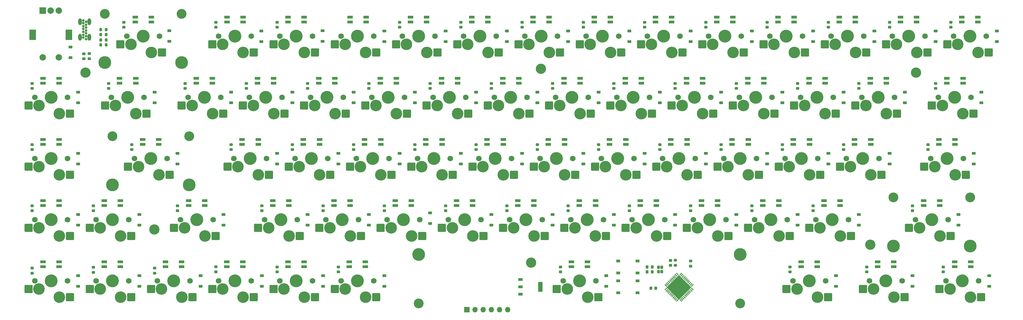
<source format=gbr>
%TF.GenerationSoftware,KiCad,Pcbnew,7.0.6*%
%TF.CreationDate,2024-03-18T14:57:41-04:00*%
%TF.ProjectId,Loadstar_70,4c6f6164-7374-4617-925f-37302e6b6963,rev?*%
%TF.SameCoordinates,Original*%
%TF.FileFunction,Soldermask,Top*%
%TF.FilePolarity,Negative*%
%FSLAX46Y46*%
G04 Gerber Fmt 4.6, Leading zero omitted, Abs format (unit mm)*
G04 Created by KiCad (PCBNEW 7.0.6) date 2024-03-18 14:57:41*
%MOMM*%
%LPD*%
G01*
G04 APERTURE LIST*
G04 Aperture macros list*
%AMRoundRect*
0 Rectangle with rounded corners*
0 $1 Rounding radius*
0 $2 $3 $4 $5 $6 $7 $8 $9 X,Y pos of 4 corners*
0 Add a 4 corners polygon primitive as box body*
4,1,4,$2,$3,$4,$5,$6,$7,$8,$9,$2,$3,0*
0 Add four circle primitives for the rounded corners*
1,1,$1+$1,$2,$3*
1,1,$1+$1,$4,$5*
1,1,$1+$1,$6,$7*
1,1,$1+$1,$8,$9*
0 Add four rect primitives between the rounded corners*
20,1,$1+$1,$2,$3,$4,$5,0*
20,1,$1+$1,$4,$5,$6,$7,0*
20,1,$1+$1,$6,$7,$8,$9,0*
20,1,$1+$1,$8,$9,$2,$3,0*%
%AMRotRect*
0 Rectangle, with rotation*
0 The origin of the aperture is its center*
0 $1 length*
0 $2 width*
0 $3 Rotation angle, in degrees counterclockwise*
0 Add horizontal line*
21,1,$1,$2,0,0,$3*%
G04 Aperture macros list end*
%ADD10C,3.200000*%
%ADD11RoundRect,0.225000X0.250000X-0.225000X0.250000X0.225000X-0.250000X0.225000X-0.250000X-0.225000X0*%
%ADD12RoundRect,0.225000X-0.375000X0.225000X-0.375000X-0.225000X0.375000X-0.225000X0.375000X0.225000X0*%
%ADD13R,1.803400X0.812800*%
%ADD14RoundRect,0.225000X0.225000X0.250000X-0.225000X0.250000X-0.225000X-0.250000X0.225000X-0.250000X0*%
%ADD15RoundRect,0.225000X-0.225000X-0.250000X0.225000X-0.250000X0.225000X0.250000X-0.225000X0.250000X0*%
%ADD16RoundRect,0.225000X-0.250000X0.225000X-0.250000X-0.225000X0.250000X-0.225000X0.250000X0.225000X0*%
%ADD17RoundRect,0.200000X-0.200000X-0.275000X0.200000X-0.275000X0.200000X0.275000X-0.200000X0.275000X0*%
%ADD18RoundRect,0.102000X-0.500000X-0.350000X0.500000X-0.350000X0.500000X0.350000X-0.500000X0.350000X0*%
%ADD19RotRect,0.249200X0.893200X315.000000*%
%ADD20RotRect,0.249200X0.893200X225.000000*%
%ADD21RotRect,5.400000X5.400000X225.000000*%
%ADD22C,0.804000*%
%ADD23O,1.104000X2.104000*%
%ADD24R,1.700000X1.700000*%
%ADD25O,1.700000X1.700000*%
%ADD26RoundRect,0.102000X0.350000X0.375000X-0.350000X0.375000X-0.350000X-0.375000X0.350000X-0.375000X0*%
%ADD27R,1.450000X0.900001*%
%ADD28R,1.450000X3.149999*%
%ADD29RoundRect,0.218750X0.256250X-0.218750X0.256250X0.218750X-0.256250X0.218750X-0.256250X-0.218750X0*%
%ADD30RoundRect,0.200000X-0.275000X0.200000X-0.275000X-0.200000X0.275000X-0.200000X0.275000X0.200000X0*%
%ADD31RoundRect,0.250000X-1.025000X-1.000000X1.025000X-1.000000X1.025000X1.000000X-1.025000X1.000000X0*%
%ADD32C,1.750000*%
%ADD33C,4.000000*%
%ADD34C,3.600000*%
%ADD35C,3.987800*%
%ADD36C,3.048000*%
%ADD37R,2.000000X2.000000*%
%ADD38C,2.000000*%
%ADD39R,2.000000X3.200000*%
G04 APERTURE END LIST*
D10*
%TO.C,REF\u002A\u002A*%
X63103125Y-126206250D03*
%TD*%
%TO.C,REF\u002A\u002A*%
X183356250Y-76200000D03*
%TD*%
%TO.C,REF\u002A\u002A*%
X41671875Y-77390625D03*
%TD*%
%TO.C,REF\u002A\u002A*%
X180285625Y-136605000D03*
%TD*%
%TO.C,REF\u002A\u002A*%
X300037500Y-77390625D03*
%TD*%
%TO.C,REF\u002A\u002A*%
X285750000Y-130968750D03*
%TD*%
D11*
%TO.C,C63*%
X308451250Y-139443125D03*
X308451250Y-137893125D03*
%TD*%
D12*
%TO.C,D54*%
X129857500Y-121540000D03*
X129857500Y-124840000D03*
%TD*%
%TO.C,D46*%
X282257500Y-121540000D03*
X282257500Y-124840000D03*
%TD*%
D11*
%TO.C,C27*%
X167957500Y-82293125D03*
X167957500Y-80743125D03*
%TD*%
D12*
%TO.C,D61*%
X275113750Y-140590000D03*
X275113750Y-143890000D03*
%TD*%
%TO.C,D23*%
X182245000Y-83440000D03*
X182245000Y-86740000D03*
%TD*%
%TO.C,D45*%
X313213750Y-121540000D03*
X313213750Y-124840000D03*
%TD*%
D11*
%TO.C,C34*%
X25082500Y-82293125D03*
X25082500Y-80743125D03*
%TD*%
D13*
%TO.C,LED25*%
X133391275Y-80648175D03*
X133391275Y-79149575D03*
X138395075Y-79149575D03*
X138395075Y-80648175D03*
%TD*%
D12*
%TO.C,D57*%
X58420000Y-121540000D03*
X58420000Y-124840000D03*
%TD*%
D13*
%TO.C,LED54*%
X118983125Y-118748175D03*
X118983125Y-117249575D03*
X123986925Y-117249575D03*
X123986925Y-118748175D03*
%TD*%
D11*
%TO.C,C48*%
X25082500Y-101343125D03*
X25082500Y-99793125D03*
%TD*%
%TO.C,C47*%
X56038750Y-101343125D03*
X56038750Y-99793125D03*
%TD*%
D14*
%TO.C,C73*%
X217942148Y-139422250D03*
X216392148Y-139422250D03*
%TD*%
D13*
%TO.C,LED40*%
X128508125Y-99698175D03*
X128508125Y-98199575D03*
X133511925Y-98199575D03*
X133511925Y-99698175D03*
%TD*%
%TO.C,LED18*%
X266741275Y-80648175D03*
X266741275Y-79149575D03*
X271745075Y-79149575D03*
X271745075Y-80648175D03*
%TD*%
D11*
%TO.C,C4*%
X63148125Y-139833750D03*
X63148125Y-138283750D03*
%TD*%
D12*
%TO.C,D59*%
X322738750Y-140590000D03*
X322738750Y-143890000D03*
%TD*%
D11*
%TO.C,C36*%
X277495000Y-101343125D03*
X277495000Y-99793125D03*
%TD*%
D13*
%TO.C,LED8*%
X180895625Y-61598175D03*
X180895625Y-60099575D03*
X185899425Y-60099575D03*
X185899425Y-61598175D03*
%TD*%
D11*
%TO.C,C26*%
X187007500Y-82293125D03*
X187007500Y-80743125D03*
%TD*%
D12*
%TO.C,D11*%
X153670000Y-64390000D03*
X153670000Y-67690000D03*
%TD*%
%TO.C,D60*%
X298926250Y-140590000D03*
X298926250Y-143890000D03*
%TD*%
%TO.C,D26*%
X125095000Y-83440000D03*
X125095000Y-86740000D03*
%TD*%
D13*
%TO.C,LED11*%
X123999625Y-61598175D03*
X123999625Y-60099575D03*
X129003425Y-60099575D03*
X129003425Y-61598175D03*
%TD*%
D11*
%TO.C,C28*%
X148907500Y-82293125D03*
X148907500Y-80743125D03*
%TD*%
%TO.C,C23*%
X244157500Y-82293125D03*
X244157500Y-80743125D03*
%TD*%
D15*
%TO.C,C1*%
X217510625Y-144505000D03*
X219060625Y-144505000D03*
%TD*%
D12*
%TO.C,D19*%
X258445000Y-83440000D03*
X258445000Y-86740000D03*
%TD*%
%TO.C,D7*%
X229870000Y-64390000D03*
X229870000Y-67690000D03*
%TD*%
D13*
%TO.C,LED30*%
X28495625Y-80648175D03*
X28495625Y-79149575D03*
X33499425Y-79149575D03*
X33499425Y-80648175D03*
%TD*%
D16*
%TO.C,C15*%
X41135625Y-71530000D03*
X41135625Y-73080000D03*
%TD*%
D17*
%TO.C,R3*%
X46460625Y-67240000D03*
X48110625Y-67240000D03*
%TD*%
D13*
%TO.C,LED42*%
X90408125Y-99698175D03*
X90408125Y-98199575D03*
X95411925Y-98199575D03*
X95411925Y-99698175D03*
%TD*%
D12*
%TO.C,D17*%
X296545000Y-83440000D03*
X296545000Y-86740000D03*
%TD*%
%TO.C,D14*%
X96370000Y-64390000D03*
X96370000Y-67690000D03*
%TD*%
D13*
%TO.C,LED17*%
X285791275Y-80648175D03*
X285791275Y-79149575D03*
X290795075Y-79149575D03*
X290795075Y-80648175D03*
%TD*%
D12*
%TO.C,D25*%
X144145000Y-83440000D03*
X144145000Y-86740000D03*
%TD*%
D11*
%TO.C,C52*%
X229870000Y-120393125D03*
X229870000Y-118843125D03*
%TD*%
D13*
%TO.C,LED65*%
X85645625Y-137798175D03*
X85645625Y-136299575D03*
X90649425Y-136299575D03*
X90649425Y-137798175D03*
%TD*%
%TO.C,LED56*%
X73739375Y-118748175D03*
X73739375Y-117249575D03*
X78743175Y-117249575D03*
X78743175Y-118748175D03*
%TD*%
%TO.C,LED23*%
X171491275Y-80648175D03*
X171491275Y-79149575D03*
X176495075Y-79149575D03*
X176495075Y-80648175D03*
%TD*%
D11*
%TO.C,C33*%
X48895000Y-82293125D03*
X48895000Y-80743125D03*
%TD*%
D13*
%TO.C,LED28*%
X76120625Y-80648175D03*
X76120625Y-79149575D03*
X81124425Y-79149575D03*
X81124425Y-80648175D03*
%TD*%
D11*
%TO.C,C50*%
X267970000Y-120393125D03*
X267970000Y-118843125D03*
%TD*%
%TO.C,C30*%
X110807500Y-82293125D03*
X110807500Y-80743125D03*
%TD*%
D13*
%TO.C,LED60*%
X288051875Y-137798175D03*
X288051875Y-136299575D03*
X293055675Y-136299575D03*
X293055675Y-137798175D03*
%TD*%
D11*
%TO.C,C13*%
X158432500Y-63243125D03*
X158432500Y-61693125D03*
%TD*%
%TO.C,C39*%
X220345000Y-101343125D03*
X220345000Y-99793125D03*
%TD*%
D12*
%TO.C,D48*%
X244157500Y-121540000D03*
X244157500Y-124840000D03*
%TD*%
D13*
%TO.C,LED2*%
X295195625Y-61598175D03*
X295195625Y-60099575D03*
X300199425Y-60099575D03*
X300199425Y-61598175D03*
%TD*%
D11*
%TO.C,C42*%
X163195000Y-101343125D03*
X163195000Y-99793125D03*
%TD*%
D13*
%TO.C,LED37*%
X185658125Y-99698175D03*
X185658125Y-98199575D03*
X190661925Y-98199575D03*
X190661925Y-99698175D03*
%TD*%
D18*
%TO.C,Boot1*%
X207385625Y-142255000D03*
X213385625Y-142255000D03*
X207385625Y-145955000D03*
X213385625Y-145955000D03*
%TD*%
D11*
%TO.C,C60*%
X70326250Y-120393125D03*
X70326250Y-118843125D03*
%TD*%
D12*
%TO.C,D15*%
X67795000Y-64340000D03*
X67795000Y-67640000D03*
%TD*%
D11*
%TO.C,C14*%
X139382500Y-63243125D03*
X139382500Y-61693125D03*
%TD*%
%TO.C,C53*%
X210820000Y-120393125D03*
X210820000Y-118843125D03*
%TD*%
D18*
%TO.C,Reset1*%
X207385625Y-136055000D03*
X213385625Y-136055000D03*
X207385625Y-139755000D03*
X213385625Y-139755000D03*
%TD*%
D13*
%TO.C,LED38*%
X166608125Y-99698175D03*
X166608125Y-98199575D03*
X171611925Y-98199575D03*
X171611925Y-99698175D03*
%TD*%
%TO.C,LED27*%
X95170625Y-80648175D03*
X95170625Y-79149575D03*
X100174425Y-79149575D03*
X100174425Y-80648175D03*
%TD*%
D12*
%TO.C,D36*%
X215582500Y-102490000D03*
X215582500Y-105790000D03*
%TD*%
%TO.C,D31*%
X317976250Y-102490000D03*
X317976250Y-105790000D03*
%TD*%
D11*
%TO.C,C43*%
X144145000Y-101343125D03*
X144145000Y-99793125D03*
%TD*%
D12*
%TO.C,D63*%
X134620000Y-140590000D03*
X134620000Y-143890000D03*
%TD*%
D13*
%TO.C,LED57*%
X47545625Y-118748175D03*
X47545625Y-117249575D03*
X52549425Y-117249575D03*
X52549425Y-118748175D03*
%TD*%
%TO.C,LED59*%
X311985025Y-137798175D03*
X311985025Y-136299575D03*
X316988825Y-136299575D03*
X316988825Y-137798175D03*
%TD*%
%TO.C,LED16*%
X309603775Y-80648175D03*
X309603775Y-79149575D03*
X314607575Y-79149575D03*
X314607575Y-80648175D03*
%TD*%
D12*
%TO.C,D58*%
X39370000Y-121540000D03*
X39370000Y-124840000D03*
%TD*%
%TO.C,D34*%
X253682500Y-102490000D03*
X253682500Y-105790000D03*
%TD*%
D11*
%TO.C,C58*%
X115570000Y-120393125D03*
X115570000Y-118843125D03*
%TD*%
%TO.C,C5*%
X310832500Y-63243125D03*
X310832500Y-61693125D03*
%TD*%
D12*
%TO.C,D6*%
X248920000Y-64390000D03*
X248920000Y-67690000D03*
%TD*%
%TO.C,D41*%
X120332500Y-102490000D03*
X120332500Y-105790000D03*
%TD*%
D11*
%TO.C,C55*%
X172720000Y-120393125D03*
X172720000Y-118843125D03*
%TD*%
D12*
%TO.C,D49*%
X225107500Y-121540000D03*
X225107500Y-124840000D03*
%TD*%
D19*
%TO.C,U1*%
X230391511Y-143669648D03*
X230037959Y-143316095D03*
X229684404Y-142962541D03*
X229330852Y-142608988D03*
X228977297Y-142255433D03*
X228623744Y-141901881D03*
X228270192Y-141548328D03*
X227916637Y-141194773D03*
X227563084Y-140841221D03*
X227209530Y-140487666D03*
X226855977Y-140134114D03*
D20*
X225715273Y-140134114D03*
X225361720Y-140487666D03*
X225008166Y-140841221D03*
X224654613Y-141194773D03*
X224301058Y-141548328D03*
X223947506Y-141901881D03*
X223593953Y-142255433D03*
X223240398Y-142608988D03*
X222886846Y-142962541D03*
X222533291Y-143316095D03*
X222179739Y-143669648D03*
D19*
X222179739Y-144810352D03*
X222533291Y-145163905D03*
X222886846Y-145517459D03*
X223240398Y-145871012D03*
X223593953Y-146224567D03*
X223947506Y-146578119D03*
X224301058Y-146931672D03*
X224654613Y-147285227D03*
X225008166Y-147638779D03*
X225361720Y-147992334D03*
X225715273Y-148345886D03*
D20*
X226855977Y-148345886D03*
X227209530Y-147992334D03*
X227563084Y-147638779D03*
X227916637Y-147285227D03*
X228270192Y-146931672D03*
X228623744Y-146578119D03*
X228977297Y-146224567D03*
X229330852Y-145871012D03*
X229684404Y-145517459D03*
X230037959Y-145163905D03*
X230391511Y-144810352D03*
D21*
X226285625Y-144240000D03*
%TD*%
D13*
%TO.C,LED46*%
X271383125Y-118748175D03*
X271383125Y-117249575D03*
X276386925Y-117249575D03*
X276386925Y-118748175D03*
%TD*%
%TO.C,LED64*%
X104695625Y-137798175D03*
X104695625Y-136299575D03*
X109699425Y-136299575D03*
X109699425Y-137798175D03*
%TD*%
%TO.C,LED52*%
X157083125Y-118748175D03*
X157083125Y-117249575D03*
X162086925Y-117249575D03*
X162086925Y-118748175D03*
%TD*%
D11*
%TO.C,C7*%
X272732500Y-63243125D03*
X272732500Y-61693125D03*
%TD*%
D13*
%TO.C,LED31*%
X307101875Y-99698175D03*
X307101875Y-98199575D03*
X312105675Y-98199575D03*
X312105675Y-99698175D03*
%TD*%
D11*
%TO.C,C3*%
X25082500Y-139833750D03*
X25082500Y-138283750D03*
%TD*%
%TO.C,C6*%
X291782500Y-63243125D03*
X291782500Y-61693125D03*
%TD*%
%TO.C,C44*%
X125095000Y-101343125D03*
X125095000Y-99793125D03*
%TD*%
D13*
%TO.C,LED21*%
X209591275Y-80648175D03*
X209591275Y-79149575D03*
X214595075Y-79149575D03*
X214595075Y-80648175D03*
%TD*%
%TO.C,LED5*%
X238045625Y-61598175D03*
X238045625Y-60099575D03*
X243049425Y-60099575D03*
X243049425Y-61598175D03*
%TD*%
D11*
%TO.C,C31*%
X91757500Y-82293125D03*
X91757500Y-80743125D03*
%TD*%
%TO.C,C20*%
X306070000Y-82293125D03*
X306070000Y-80743125D03*
%TD*%
D13*
%TO.C,LED24*%
X152441275Y-80648175D03*
X152441275Y-79149575D03*
X157445075Y-79149575D03*
X157445075Y-80648175D03*
%TD*%
D12*
%TO.C,D13*%
X115420000Y-64340000D03*
X115420000Y-67640000D03*
%TD*%
%TO.C,D33*%
X272732500Y-102490000D03*
X272732500Y-105790000D03*
%TD*%
D13*
%TO.C,LED35*%
X223758125Y-99698175D03*
X223758125Y-98199575D03*
X228761925Y-98199575D03*
X228761925Y-99698175D03*
%TD*%
D11*
%TO.C,C64*%
X284638750Y-139443125D03*
X284638750Y-137893125D03*
%TD*%
%TO.C,C11*%
X196532500Y-63243125D03*
X196532500Y-61693125D03*
%TD*%
%TO.C,C35*%
X303688750Y-101343125D03*
X303688750Y-99793125D03*
%TD*%
D13*
%TO.C,LED44*%
X28495625Y-99698175D03*
X28495625Y-98199575D03*
X33499425Y-98199575D03*
X33499425Y-99698175D03*
%TD*%
%TO.C,LED68*%
X28495625Y-137798175D03*
X28495625Y-136299575D03*
X33499425Y-136299575D03*
X33499425Y-137798175D03*
%TD*%
D11*
%TO.C,C19*%
X82232500Y-139418125D03*
X82232500Y-137868125D03*
%TD*%
%TO.C,C57*%
X134620000Y-120393125D03*
X134620000Y-118843125D03*
%TD*%
D12*
%TO.C,D39*%
X158432500Y-102490000D03*
X158432500Y-105790000D03*
%TD*%
%TO.C,D21*%
X220345000Y-83440000D03*
X220345000Y-86740000D03*
%TD*%
D13*
%TO.C,LED43*%
X59451875Y-99698175D03*
X59451875Y-98199575D03*
X64455675Y-98199575D03*
X64455675Y-99698175D03*
%TD*%
D12*
%TO.C,D2*%
X325120000Y-64390000D03*
X325120000Y-67690000D03*
%TD*%
D11*
%TO.C,C38*%
X239395000Y-101343125D03*
X239395000Y-99793125D03*
%TD*%
D12*
%TO.C,D4*%
X287020000Y-64390000D03*
X287020000Y-67690000D03*
%TD*%
%TO.C,D67*%
X58420000Y-140590000D03*
X58420000Y-143890000D03*
%TD*%
D22*
%TO.C,J1*%
X41815625Y-61540000D03*
X41815625Y-62440000D03*
X41815625Y-63340000D03*
X41815625Y-64240000D03*
X41815625Y-65140000D03*
X41815625Y-66040000D03*
X41815625Y-66940000D03*
X41035625Y-66490000D03*
X41035625Y-65590000D03*
X41035625Y-64690000D03*
X41035625Y-63790000D03*
X41035625Y-62890000D03*
X41035625Y-61990000D03*
X41035625Y-61090000D03*
D23*
X42855625Y-61590000D03*
X39995625Y-61590000D03*
X42855625Y-66390000D03*
X39995625Y-66390000D03*
%TD*%
D13*
%TO.C,LED7*%
X199945625Y-61598175D03*
X199945625Y-60099575D03*
X204949425Y-60099575D03*
X204949425Y-61598175D03*
%TD*%
%TO.C,LED41*%
X109458125Y-99698175D03*
X109458125Y-98199575D03*
X114461925Y-98199575D03*
X114461925Y-99698175D03*
%TD*%
%TO.C,LED48*%
X233283125Y-118748175D03*
X233283125Y-117249575D03*
X238286925Y-117249575D03*
X238286925Y-118748175D03*
%TD*%
D12*
%TO.C,D40*%
X139382500Y-102490000D03*
X139382500Y-105790000D03*
%TD*%
D13*
%TO.C,LED66*%
X66595625Y-137798175D03*
X66595625Y-136299575D03*
X71599425Y-136299575D03*
X71599425Y-137798175D03*
%TD*%
D12*
%TO.C,D38*%
X177482500Y-102490000D03*
X177482500Y-105790000D03*
%TD*%
D17*
%TO.C,R4*%
X46460625Y-68740000D03*
X48110625Y-68740000D03*
%TD*%
D13*
%TO.C,LED14*%
X57159525Y-61598175D03*
X57159525Y-60099575D03*
X62163325Y-60099575D03*
X62163325Y-61598175D03*
%TD*%
D16*
%TO.C,C71*%
X44132500Y-138025000D03*
X44132500Y-139575000D03*
%TD*%
D13*
%TO.C,LED3*%
X276145625Y-61598175D03*
X276145625Y-60099575D03*
X281149425Y-60099575D03*
X281149425Y-61598175D03*
%TD*%
%TO.C,LED67*%
X47545625Y-137798175D03*
X47545625Y-136299575D03*
X52549425Y-136299575D03*
X52549425Y-137798175D03*
%TD*%
%TO.C,LED39*%
X147558125Y-99698175D03*
X147558125Y-98199575D03*
X152561925Y-98199575D03*
X152561925Y-99698175D03*
%TD*%
%TO.C,LED1*%
X314245625Y-61598175D03*
X314245625Y-60099575D03*
X319249425Y-60099575D03*
X319249425Y-61598175D03*
%TD*%
D12*
%TO.C,D28*%
X86995000Y-83440000D03*
X86995000Y-86740000D03*
%TD*%
D24*
%TO.C,ICSP1*%
X160285625Y-151205000D03*
D25*
X162825625Y-151205000D03*
X165365625Y-151205000D03*
X167905625Y-151205000D03*
X170445625Y-151205000D03*
X172985625Y-151205000D03*
%TD*%
D12*
%TO.C,D30*%
X39370000Y-83440000D03*
X39370000Y-86740000D03*
%TD*%
D13*
%TO.C,LED47*%
X252333125Y-118748175D03*
X252333125Y-117249575D03*
X257336925Y-117249575D03*
X257336925Y-118748175D03*
%TD*%
D11*
%TO.C,C61*%
X44132500Y-120393125D03*
X44132500Y-118843125D03*
%TD*%
D14*
%TO.C,C72*%
X217942148Y-137898250D03*
X216392148Y-137898250D03*
%TD*%
D12*
%TO.C,D27*%
X106045000Y-83440000D03*
X106045000Y-86740000D03*
%TD*%
D13*
%TO.C,LED50*%
X195303775Y-118748175D03*
X195303775Y-117249575D03*
X200307575Y-117249575D03*
X200307575Y-118748175D03*
%TD*%
D12*
%TO.C,D42*%
X101282500Y-102490000D03*
X101282500Y-105790000D03*
%TD*%
%TO.C,D50*%
X206057500Y-121540000D03*
X206057500Y-124840000D03*
%TD*%
D13*
%TO.C,LED45*%
X302339375Y-118748175D03*
X302339375Y-117249575D03*
X307343175Y-117249575D03*
X307343175Y-118748175D03*
%TD*%
D11*
%TO.C,C59*%
X96520000Y-120393125D03*
X96520000Y-118843125D03*
%TD*%
D17*
%TO.C,R1*%
X46460625Y-63990000D03*
X48110625Y-63990000D03*
%TD*%
D11*
%TO.C,C9*%
X234632500Y-63243125D03*
X234632500Y-61693125D03*
%TD*%
D13*
%TO.C,LED20*%
X228641275Y-80648175D03*
X228641275Y-79149575D03*
X233645075Y-79149575D03*
X233645075Y-80648175D03*
%TD*%
D12*
%TO.C,D37*%
X196532500Y-102490000D03*
X196532500Y-105790000D03*
%TD*%
D13*
%TO.C,LED63*%
X123745625Y-137798175D03*
X123745625Y-136299575D03*
X128749425Y-136299575D03*
X128749425Y-137798175D03*
%TD*%
D11*
%TO.C,C49*%
X298926250Y-120393125D03*
X298926250Y-118843125D03*
%TD*%
D13*
%TO.C,LED4*%
X257095625Y-61598175D03*
X257095625Y-60099575D03*
X262099425Y-60099575D03*
X262099425Y-61598175D03*
%TD*%
D12*
%TO.C,D29*%
X63182500Y-83440000D03*
X63182500Y-86740000D03*
%TD*%
D16*
%TO.C,C70*%
X229885625Y-136080000D03*
X229885625Y-137630000D03*
%TD*%
D26*
%TO.C,Y1*%
X220915273Y-139335250D03*
X220915273Y-137985250D03*
X219915273Y-137985250D03*
X219915273Y-139335250D03*
%TD*%
D13*
%TO.C,LED49*%
X214233125Y-118748175D03*
X214233125Y-117249575D03*
X219236925Y-117249575D03*
X219236925Y-118748175D03*
%TD*%
D12*
%TO.C,D55*%
X110807500Y-121540000D03*
X110807500Y-124840000D03*
%TD*%
D11*
%TO.C,C41*%
X182245000Y-101343125D03*
X182245000Y-99793125D03*
%TD*%
D12*
%TO.C,D64*%
X115570000Y-140590000D03*
X115570000Y-143890000D03*
%TD*%
D11*
%TO.C,C22*%
X263207500Y-82293125D03*
X263207500Y-80743125D03*
%TD*%
D12*
%TO.C,D62*%
X203676250Y-140590000D03*
X203676250Y-143890000D03*
%TD*%
D13*
%TO.C,LED26*%
X114220625Y-80648175D03*
X114220625Y-79149575D03*
X119224425Y-79149575D03*
X119224425Y-80648175D03*
%TD*%
D11*
%TO.C,C16*%
X101282500Y-63243125D03*
X101282500Y-61693125D03*
%TD*%
D12*
%TO.C,D3*%
X306070000Y-64390000D03*
X306070000Y-67690000D03*
%TD*%
D13*
%TO.C,LED55*%
X99933125Y-118748175D03*
X99933125Y-117249575D03*
X104936925Y-117249575D03*
X104936925Y-118748175D03*
%TD*%
D11*
%TO.C,C32*%
X72707500Y-82293125D03*
X72707500Y-80743125D03*
%TD*%
D12*
%TO.C,D20*%
X239395000Y-83440000D03*
X239395000Y-86740000D03*
%TD*%
D11*
%TO.C,C65*%
X260826250Y-139443125D03*
X260826250Y-137893125D03*
%TD*%
D12*
%TO.C,D43*%
X70326250Y-102490000D03*
X70326250Y-105790000D03*
%TD*%
D11*
%TO.C,C24*%
X225107500Y-82293125D03*
X225107500Y-80743125D03*
%TD*%
D13*
%TO.C,LED10*%
X142795625Y-61598175D03*
X142795625Y-60099575D03*
X147799425Y-60099575D03*
X147799425Y-61598175D03*
%TD*%
D11*
%TO.C,C29*%
X129857500Y-82293125D03*
X129857500Y-80743125D03*
%TD*%
D13*
%TO.C,LED62*%
X192801875Y-137798175D03*
X192801875Y-136299575D03*
X197805675Y-136299575D03*
X197805675Y-137798175D03*
%TD*%
D12*
%TO.C,D1*%
X37035625Y-69440000D03*
X37035625Y-72740000D03*
%TD*%
D11*
%TO.C,C12*%
X177482500Y-63243125D03*
X177482500Y-61693125D03*
%TD*%
D12*
%TO.C,D53*%
X148907500Y-121080625D03*
X148907500Y-124380625D03*
%TD*%
D13*
%TO.C,LED6*%
X218995625Y-61598175D03*
X218995625Y-60099575D03*
X223999425Y-60099575D03*
X223999425Y-61598175D03*
%TD*%
%TO.C,LED13*%
X85740875Y-61598175D03*
X85740875Y-60099575D03*
X90744675Y-60099575D03*
X90744675Y-61598175D03*
%TD*%
%TO.C,LED29*%
X52308125Y-80648175D03*
X52308125Y-79149575D03*
X57311925Y-79149575D03*
X57311925Y-80648175D03*
%TD*%
D12*
%TO.C,D47*%
X263207500Y-121540000D03*
X263207500Y-124840000D03*
%TD*%
D11*
%TO.C,C56*%
X153670000Y-120393125D03*
X153670000Y-118843125D03*
%TD*%
D13*
%TO.C,LED12*%
X104695625Y-61598175D03*
X104695625Y-60099575D03*
X109699425Y-60099575D03*
X109699425Y-61598175D03*
%TD*%
%TO.C,LED9*%
X161845625Y-61598175D03*
X161845625Y-60099575D03*
X166849425Y-60099575D03*
X166849425Y-61598175D03*
%TD*%
D12*
%TO.C,D18*%
X277495000Y-83440000D03*
X277495000Y-86740000D03*
%TD*%
%TO.C,D8*%
X210820000Y-64390000D03*
X210820000Y-67690000D03*
%TD*%
%TO.C,D65*%
X96520000Y-140590000D03*
X96520000Y-143890000D03*
%TD*%
D17*
%TO.C,R2*%
X46460625Y-65548125D03*
X48110625Y-65548125D03*
%TD*%
D12*
%TO.C,D52*%
X167957500Y-121540000D03*
X167957500Y-124840000D03*
%TD*%
%TO.C,D66*%
X77470000Y-140590000D03*
X77470000Y-143890000D03*
%TD*%
D27*
%TO.C,U2*%
X176985625Y-141805000D03*
X176985625Y-144105000D03*
X176985625Y-146405000D03*
D28*
X183135625Y-144105000D03*
%TD*%
D13*
%TO.C,LED61*%
X264239375Y-137798175D03*
X264239375Y-136299575D03*
X269243175Y-136299575D03*
X269243175Y-137798175D03*
%TD*%
%TO.C,LED51*%
X176133125Y-118748175D03*
X176133125Y-117249575D03*
X181136925Y-117249575D03*
X181136925Y-118748175D03*
%TD*%
%TO.C,LED58*%
X28495625Y-118748175D03*
X28495625Y-117249575D03*
X33499425Y-117249575D03*
X33499425Y-118748175D03*
%TD*%
D11*
%TO.C,C68*%
X101282500Y-139443125D03*
X101282500Y-137893125D03*
%TD*%
D13*
%TO.C,LED53*%
X138033125Y-118748175D03*
X138033125Y-117249575D03*
X143036925Y-117249575D03*
X143036925Y-118748175D03*
%TD*%
%TO.C,LED36*%
X204708125Y-99698175D03*
X204708125Y-98199575D03*
X209711925Y-98199575D03*
X209711925Y-99698175D03*
%TD*%
D11*
%TO.C,C21*%
X282257500Y-82293125D03*
X282257500Y-80743125D03*
%TD*%
D12*
%TO.C,D5*%
X267970000Y-64390000D03*
X267970000Y-67690000D03*
%TD*%
%TO.C,D22*%
X201295000Y-83440000D03*
X201295000Y-86740000D03*
%TD*%
%TO.C,D44*%
X39370000Y-102490000D03*
X39370000Y-105790000D03*
%TD*%
D13*
%TO.C,LED32*%
X280908125Y-99698175D03*
X280908125Y-98199575D03*
X285911925Y-98199575D03*
X285911925Y-99698175D03*
%TD*%
D11*
%TO.C,C40*%
X201295000Y-101343125D03*
X201295000Y-99793125D03*
%TD*%
%TO.C,C67*%
X120332500Y-139443125D03*
X120332500Y-137893125D03*
%TD*%
%TO.C,C10*%
X215582500Y-63243125D03*
X215582500Y-61693125D03*
%TD*%
D13*
%TO.C,LED19*%
X247691275Y-80648175D03*
X247691275Y-79149575D03*
X252695075Y-79149575D03*
X252695075Y-80648175D03*
%TD*%
%TO.C,LED34*%
X242808125Y-99698175D03*
X242808125Y-98199575D03*
X247811925Y-98199575D03*
X247811925Y-99698175D03*
%TD*%
D12*
%TO.C,D56*%
X84613750Y-121540000D03*
X84613750Y-124840000D03*
%TD*%
%TO.C,D10*%
X172720000Y-64390000D03*
X172720000Y-67690000D03*
%TD*%
D11*
%TO.C,C66*%
X189388750Y-139443125D03*
X189388750Y-137893125D03*
%TD*%
D29*
%TO.C,F1*%
X42860625Y-73058750D03*
X42860625Y-71483750D03*
%TD*%
D13*
%TO.C,LED33*%
X261858125Y-99698175D03*
X261858125Y-98199575D03*
X266861925Y-98199575D03*
X266861925Y-99698175D03*
%TD*%
D11*
%TO.C,C18*%
X53657500Y-63243125D03*
X53657500Y-61693125D03*
%TD*%
%TO.C,C46*%
X86995000Y-101343125D03*
X86995000Y-99793125D03*
%TD*%
%TO.C,C51*%
X248920000Y-120393125D03*
X248920000Y-118843125D03*
%TD*%
D12*
%TO.C,D12*%
X134620000Y-64390000D03*
X134620000Y-67690000D03*
%TD*%
D11*
%TO.C,C45*%
X106045000Y-101343125D03*
X106045000Y-99793125D03*
%TD*%
D12*
%TO.C,D9*%
X191770000Y-64390000D03*
X191770000Y-67690000D03*
%TD*%
D11*
%TO.C,C8*%
X253682500Y-63243125D03*
X253682500Y-61693125D03*
%TD*%
D12*
%TO.C,D16*%
X320357500Y-83440000D03*
X320357500Y-86740000D03*
%TD*%
%TO.C,D32*%
X291782500Y-102490000D03*
X291782500Y-105790000D03*
%TD*%
D13*
%TO.C,LED22*%
X190541275Y-80648175D03*
X190541275Y-79149575D03*
X195545075Y-79149575D03*
X195545075Y-80648175D03*
%TD*%
D11*
%TO.C,C25*%
X206057500Y-82293125D03*
X206057500Y-80743125D03*
%TD*%
D12*
%TO.C,D35*%
X234632500Y-102490000D03*
X234632500Y-105790000D03*
%TD*%
%TO.C,D68*%
X39370000Y-140590000D03*
X39370000Y-143890000D03*
%TD*%
D11*
%TO.C,C62*%
X25082500Y-120393125D03*
X25082500Y-118843125D03*
%TD*%
D12*
%TO.C,D51*%
X187007500Y-121540000D03*
X187007500Y-124840000D03*
%TD*%
D11*
%TO.C,C54*%
X191770000Y-120393125D03*
X191770000Y-118843125D03*
%TD*%
D12*
%TO.C,D24*%
X163195000Y-83440000D03*
X163195000Y-86740000D03*
%TD*%
D30*
%TO.C,R5*%
X225165273Y-135796250D03*
X225165273Y-137446250D03*
%TD*%
D11*
%TO.C,C17*%
X82232500Y-63243125D03*
X82232500Y-61693125D03*
%TD*%
%TO.C,C37*%
X258445000Y-101343125D03*
X258445000Y-99793125D03*
%TD*%
D16*
%TO.C,C2*%
X223665273Y-135846250D03*
X223665273Y-137396250D03*
%TD*%
D31*
%TO.C,SW45*%
X297794375Y-125730000D03*
D32*
X299799375Y-123190000D03*
D33*
X304879375Y-123190000D03*
D32*
X309959375Y-123190000D03*
D31*
X310721375Y-128270000D03*
D34*
X301069375Y-125730000D03*
X307419375Y-128270000D03*
%TD*%
D31*
%TO.C,SW43*%
X54906875Y-106680000D03*
D32*
X56911875Y-104140000D03*
D33*
X61991875Y-104140000D03*
D32*
X67071875Y-104140000D03*
D31*
X67833875Y-109220000D03*
D34*
X58181875Y-106680000D03*
X64531875Y-109220000D03*
%TD*%
D31*
%TO.C,SW34*%
X238263125Y-106680000D03*
D32*
X240268125Y-104140000D03*
D33*
X245348125Y-104140000D03*
D32*
X250428125Y-104140000D03*
D31*
X251190125Y-109220000D03*
D34*
X241538125Y-106680000D03*
X247888125Y-109220000D03*
%TD*%
D31*
%TO.C,SW32*%
X276363125Y-106680000D03*
D32*
X278368125Y-104140000D03*
D33*
X283448125Y-104140000D03*
D32*
X288528125Y-104140000D03*
D31*
X289290125Y-109220000D03*
D34*
X279638125Y-106680000D03*
X285988125Y-109220000D03*
%TD*%
D31*
%TO.C,SW62*%
X188256875Y-144780000D03*
D32*
X190261875Y-142240000D03*
D33*
X195341875Y-142240000D03*
D32*
X200421875Y-142240000D03*
D31*
X201183875Y-147320000D03*
D34*
X191531875Y-144780000D03*
X197881875Y-147320000D03*
%TD*%
D31*
%TO.C,SW16*%
X304938125Y-87630000D03*
D32*
X306943125Y-85090000D03*
D33*
X312023125Y-85090000D03*
D32*
X317103125Y-85090000D03*
D31*
X317865125Y-90170000D03*
D34*
X308213125Y-87630000D03*
X314563125Y-90170000D03*
%TD*%
D31*
%TO.C,SW10*%
X157300625Y-68580000D03*
D32*
X159305625Y-66040000D03*
D33*
X164385625Y-66040000D03*
D32*
X169465625Y-66040000D03*
D31*
X170227625Y-71120000D03*
D34*
X160575625Y-68580000D03*
X166925625Y-71120000D03*
%TD*%
D31*
%TO.C,SW49*%
X209688125Y-125730000D03*
D32*
X211693125Y-123190000D03*
D33*
X216773125Y-123190000D03*
D32*
X221853125Y-123190000D03*
D31*
X222615125Y-128270000D03*
D34*
X212963125Y-125730000D03*
X219313125Y-128270000D03*
%TD*%
D31*
%TO.C,SW41*%
X104913125Y-106680000D03*
D32*
X106918125Y-104140000D03*
D33*
X111998125Y-104140000D03*
D32*
X117078125Y-104140000D03*
D31*
X117840125Y-109220000D03*
D34*
X108188125Y-106680000D03*
X114538125Y-109220000D03*
%TD*%
D31*
%TO.C,SW65*%
X81100625Y-144780000D03*
D32*
X83105625Y-142240000D03*
D33*
X88185625Y-142240000D03*
D32*
X93265625Y-142240000D03*
D31*
X94027625Y-147320000D03*
D34*
X84375625Y-144780000D03*
X90725625Y-147320000D03*
%TD*%
D31*
%TO.C,SW60*%
X283506875Y-144780000D03*
D32*
X285511875Y-142240000D03*
D33*
X290591875Y-142240000D03*
D32*
X295671875Y-142240000D03*
D31*
X296433875Y-147320000D03*
D34*
X286781875Y-144780000D03*
X293131875Y-147320000D03*
%TD*%
D35*
%TO.C,STB1*%
X145341875Y-134015000D03*
D36*
X145341875Y-149225000D03*
D35*
X245341875Y-134015000D03*
D36*
X245341875Y-149225000D03*
%TD*%
D31*
%TO.C,SW11*%
X138250625Y-68580000D03*
D32*
X140255625Y-66040000D03*
D33*
X145335625Y-66040000D03*
D32*
X150415625Y-66040000D03*
D31*
X151177625Y-71120000D03*
D34*
X141525625Y-68580000D03*
X147875625Y-71120000D03*
%TD*%
D31*
%TO.C,SW47*%
X247788125Y-125730000D03*
D32*
X249793125Y-123190000D03*
D33*
X254873125Y-123190000D03*
D32*
X259953125Y-123190000D03*
D31*
X260715125Y-128270000D03*
D34*
X251063125Y-125730000D03*
X257413125Y-128270000D03*
%TD*%
D31*
%TO.C,SW35*%
X219213125Y-106680000D03*
D32*
X221218125Y-104140000D03*
D33*
X226298125Y-104140000D03*
D32*
X231378125Y-104140000D03*
D31*
X232140125Y-109220000D03*
D34*
X222488125Y-106680000D03*
X228838125Y-109220000D03*
%TD*%
D31*
%TO.C,SW13*%
X100150625Y-68580000D03*
D32*
X102155625Y-66040000D03*
D33*
X107235625Y-66040000D03*
D32*
X112315625Y-66040000D03*
D31*
X113077625Y-71120000D03*
D34*
X103425625Y-68580000D03*
X109775625Y-71120000D03*
%TD*%
D31*
%TO.C,SW36*%
X200163125Y-106680000D03*
D32*
X202168125Y-104140000D03*
D33*
X207248125Y-104140000D03*
D32*
X212328125Y-104140000D03*
D31*
X213090125Y-109220000D03*
D34*
X203438125Y-106680000D03*
X209788125Y-109220000D03*
%TD*%
D35*
%TO.C,STB3*%
X73929875Y-112365000D03*
D36*
X73929875Y-97155000D03*
D35*
X50053875Y-112365000D03*
D36*
X50053875Y-97155000D03*
%TD*%
D31*
%TO.C,SW63*%
X119200625Y-144780000D03*
D32*
X121205625Y-142240000D03*
D33*
X126285625Y-142240000D03*
D32*
X131365625Y-142240000D03*
D31*
X132127625Y-147320000D03*
D34*
X122475625Y-144780000D03*
X128825625Y-147320000D03*
%TD*%
D31*
%TO.C,SW26*%
X109675625Y-87630000D03*
D32*
X111680625Y-85090000D03*
D33*
X116760625Y-85090000D03*
D32*
X121840625Y-85090000D03*
D31*
X122602625Y-90170000D03*
D34*
X112950625Y-87630000D03*
X119300625Y-90170000D03*
%TD*%
D31*
%TO.C,SW24*%
X147775625Y-87630000D03*
D32*
X149780625Y-85090000D03*
D33*
X154860625Y-85090000D03*
D32*
X159940625Y-85090000D03*
D31*
X160702625Y-90170000D03*
D34*
X151050625Y-87630000D03*
X157400625Y-90170000D03*
%TD*%
D31*
%TO.C,SW23*%
X166825625Y-87630000D03*
D32*
X168830625Y-85090000D03*
D33*
X173910625Y-85090000D03*
D32*
X178990625Y-85090000D03*
D31*
X179752625Y-90170000D03*
D34*
X170100625Y-87630000D03*
X176450625Y-90170000D03*
%TD*%
D31*
%TO.C,SW28*%
X71575625Y-87630000D03*
D32*
X73580625Y-85090000D03*
D33*
X78660625Y-85090000D03*
D32*
X83740625Y-85090000D03*
D31*
X84502625Y-90170000D03*
D34*
X74850625Y-87630000D03*
X81200625Y-90170000D03*
%TD*%
D31*
%TO.C,SW51*%
X171588125Y-125730000D03*
D32*
X173593125Y-123190000D03*
D33*
X178673125Y-123190000D03*
D32*
X183753125Y-123190000D03*
D31*
X184515125Y-128270000D03*
D34*
X174863125Y-125730000D03*
X181213125Y-128270000D03*
%TD*%
D31*
%TO.C,SW15*%
X52551025Y-68580000D03*
D32*
X54556025Y-66040000D03*
D33*
X59636025Y-66040000D03*
D32*
X64716025Y-66040000D03*
D31*
X65478025Y-71120000D03*
D34*
X55826025Y-68580000D03*
X62176025Y-71120000D03*
%TD*%
D31*
%TO.C,SW39*%
X143013125Y-106680000D03*
D32*
X145018125Y-104140000D03*
D33*
X150098125Y-104140000D03*
D32*
X155178125Y-104140000D03*
D31*
X155940125Y-109220000D03*
D34*
X146288125Y-106680000D03*
X152638125Y-109220000D03*
%TD*%
D31*
%TO.C,SW54*%
X114438125Y-125730000D03*
D32*
X116443125Y-123190000D03*
D33*
X121523125Y-123190000D03*
D32*
X126603125Y-123190000D03*
D31*
X127365125Y-128270000D03*
D34*
X117713125Y-125730000D03*
X124063125Y-128270000D03*
%TD*%
D31*
%TO.C,SW31*%
X302556875Y-106680000D03*
D32*
X304561875Y-104140000D03*
D33*
X309641875Y-104140000D03*
D32*
X314721875Y-104140000D03*
D31*
X315483875Y-109220000D03*
D34*
X305831875Y-106680000D03*
X312181875Y-109220000D03*
%TD*%
D31*
%TO.C,SW20*%
X223975625Y-87630000D03*
D32*
X225980625Y-85090000D03*
D33*
X231060625Y-85090000D03*
D32*
X236140625Y-85090000D03*
D31*
X236902625Y-90170000D03*
D34*
X227250625Y-87630000D03*
X233600625Y-90170000D03*
%TD*%
D31*
%TO.C,SW14*%
X81100625Y-68580000D03*
D32*
X83105625Y-66040000D03*
D33*
X88185625Y-66040000D03*
D32*
X93265625Y-66040000D03*
D31*
X94027625Y-71120000D03*
D34*
X84375625Y-68580000D03*
X90725625Y-71120000D03*
%TD*%
D31*
%TO.C,SW22*%
X185875625Y-87630000D03*
D32*
X187880625Y-85090000D03*
D33*
X192960625Y-85090000D03*
D32*
X198040625Y-85090000D03*
D31*
X198802625Y-90170000D03*
D34*
X189150625Y-87630000D03*
X195500625Y-90170000D03*
%TD*%
D31*
%TO.C,SW53*%
X133488125Y-125730000D03*
D32*
X135493125Y-123190000D03*
D33*
X140573125Y-123190000D03*
D32*
X145653125Y-123190000D03*
D31*
X146415125Y-128270000D03*
D34*
X136763125Y-125730000D03*
X143113125Y-128270000D03*
%TD*%
D31*
%TO.C,SW3*%
X290650625Y-68580000D03*
D32*
X292655625Y-66040000D03*
D33*
X297735625Y-66040000D03*
D32*
X302815625Y-66040000D03*
D31*
X303577625Y-71120000D03*
D34*
X293925625Y-68580000D03*
X300275625Y-71120000D03*
%TD*%
D31*
%TO.C,SW56*%
X69194375Y-125730000D03*
D32*
X71199375Y-123190000D03*
D33*
X76279375Y-123190000D03*
D32*
X81359375Y-123190000D03*
D31*
X82121375Y-128270000D03*
D34*
X72469375Y-125730000D03*
X78819375Y-128270000D03*
%TD*%
D35*
%TO.C,STB2*%
X316817375Y-131415000D03*
D36*
X316817375Y-116205000D03*
D35*
X292941375Y-131415000D03*
D36*
X292941375Y-116205000D03*
%TD*%
D31*
%TO.C,SW38*%
X162063125Y-106680000D03*
D32*
X164068125Y-104140000D03*
D33*
X169148125Y-104140000D03*
D32*
X174228125Y-104140000D03*
D31*
X174990125Y-109220000D03*
D34*
X165338125Y-106680000D03*
X171688125Y-109220000D03*
%TD*%
D31*
%TO.C,SW58*%
X23950625Y-125730000D03*
D32*
X25955625Y-123190000D03*
D33*
X31035625Y-123190000D03*
D32*
X36115625Y-123190000D03*
D31*
X36877625Y-128270000D03*
D34*
X27225625Y-125730000D03*
X33575625Y-128270000D03*
%TD*%
D31*
%TO.C,SW55*%
X95388125Y-125730000D03*
D32*
X97393125Y-123190000D03*
D33*
X102473125Y-123190000D03*
D32*
X107553125Y-123190000D03*
D31*
X108315125Y-128270000D03*
D34*
X98663125Y-125730000D03*
X105013125Y-128270000D03*
%TD*%
D31*
%TO.C,SW12*%
X119200625Y-68580000D03*
D32*
X121205625Y-66040000D03*
D33*
X126285625Y-66040000D03*
D32*
X131365625Y-66040000D03*
D31*
X132127625Y-71120000D03*
D34*
X122475625Y-68580000D03*
X128825625Y-71120000D03*
%TD*%
D31*
%TO.C,SW17*%
X281125625Y-87630000D03*
D32*
X283130625Y-85090000D03*
D33*
X288210625Y-85090000D03*
D32*
X293290625Y-85090000D03*
D31*
X294052625Y-90170000D03*
D34*
X284400625Y-87630000D03*
X290750625Y-90170000D03*
%TD*%
D37*
%TO.C,SW1*%
X28385625Y-58105000D03*
D38*
X33385625Y-58105000D03*
X30885625Y-58105000D03*
D39*
X36485625Y-65605000D03*
X25285625Y-65605000D03*
D38*
X33385625Y-72605000D03*
X28385625Y-72605000D03*
%TD*%
D31*
%TO.C,SW68*%
X23950625Y-144780000D03*
D32*
X25955625Y-142240000D03*
D33*
X31035625Y-142240000D03*
D32*
X36115625Y-142240000D03*
D31*
X36877625Y-147320000D03*
D34*
X27225625Y-144780000D03*
X33575625Y-147320000D03*
%TD*%
D31*
%TO.C,SW37*%
X181113125Y-106680000D03*
D32*
X183118125Y-104140000D03*
D33*
X188198125Y-104140000D03*
D32*
X193278125Y-104140000D03*
D31*
X194040125Y-109220000D03*
D34*
X184388125Y-106680000D03*
X190738125Y-109220000D03*
%TD*%
D31*
%TO.C,SW7*%
X214450625Y-68580000D03*
D32*
X216455625Y-66040000D03*
D33*
X221535625Y-66040000D03*
D32*
X226615625Y-66040000D03*
D31*
X227377625Y-71120000D03*
D34*
X217725625Y-68580000D03*
X224075625Y-71120000D03*
%TD*%
D35*
%TO.C,STB4*%
X71548625Y-74265000D03*
D36*
X71548625Y-59055000D03*
D35*
X47672625Y-74265000D03*
D36*
X47672625Y-59055000D03*
%TD*%
D31*
%TO.C,SW2*%
X309700625Y-68580000D03*
D32*
X311705625Y-66040000D03*
D33*
X316785625Y-66040000D03*
D32*
X321865625Y-66040000D03*
D31*
X322627625Y-71120000D03*
D34*
X312975625Y-68580000D03*
X319325625Y-71120000D03*
%TD*%
D31*
%TO.C,SW64*%
X100150625Y-144780000D03*
D32*
X102155625Y-142240000D03*
D33*
X107235625Y-142240000D03*
D32*
X112315625Y-142240000D03*
D31*
X113077625Y-147320000D03*
D34*
X103425625Y-144780000D03*
X109775625Y-147320000D03*
%TD*%
D31*
%TO.C,SW48*%
X228738125Y-125730000D03*
D32*
X230743125Y-123190000D03*
D33*
X235823125Y-123190000D03*
D32*
X240903125Y-123190000D03*
D31*
X241665125Y-128270000D03*
D34*
X232013125Y-125730000D03*
X238363125Y-128270000D03*
%TD*%
D31*
%TO.C,SW42*%
X85863125Y-106680000D03*
D32*
X87868125Y-104140000D03*
D33*
X92948125Y-104140000D03*
D32*
X98028125Y-104140000D03*
D31*
X98790125Y-109220000D03*
D34*
X89138125Y-106680000D03*
X95488125Y-109220000D03*
%TD*%
D31*
%TO.C,SW67*%
X43000625Y-144780000D03*
D32*
X45005625Y-142240000D03*
D33*
X50085625Y-142240000D03*
D32*
X55165625Y-142240000D03*
D31*
X55927625Y-147320000D03*
D34*
X46275625Y-144780000D03*
X52625625Y-147320000D03*
%TD*%
D31*
%TO.C,SW57*%
X43000625Y-125730000D03*
D32*
X45005625Y-123190000D03*
D33*
X50085625Y-123190000D03*
D32*
X55165625Y-123190000D03*
D31*
X55927625Y-128270000D03*
D34*
X46275625Y-125730000D03*
X52625625Y-128270000D03*
%TD*%
D31*
%TO.C,SW19*%
X243025625Y-87630000D03*
D32*
X245030625Y-85090000D03*
D33*
X250110625Y-85090000D03*
D32*
X255190625Y-85090000D03*
D31*
X255952625Y-90170000D03*
D34*
X246300625Y-87630000D03*
X252650625Y-90170000D03*
%TD*%
D31*
%TO.C,SW25*%
X128725625Y-87630000D03*
D32*
X130730625Y-85090000D03*
D33*
X135810625Y-85090000D03*
D32*
X140890625Y-85090000D03*
D31*
X141652625Y-90170000D03*
D34*
X132000625Y-87630000D03*
X138350625Y-90170000D03*
%TD*%
D31*
%TO.C,SW61*%
X259694375Y-144780000D03*
D32*
X261699375Y-142240000D03*
D33*
X266779375Y-142240000D03*
D32*
X271859375Y-142240000D03*
D31*
X272621375Y-147320000D03*
D34*
X262969375Y-144780000D03*
X269319375Y-147320000D03*
%TD*%
D31*
%TO.C,SW27*%
X90625625Y-87630000D03*
D32*
X92630625Y-85090000D03*
D33*
X97710625Y-85090000D03*
D32*
X102790625Y-85090000D03*
D31*
X103552625Y-90170000D03*
D34*
X93900625Y-87630000D03*
X100250625Y-90170000D03*
%TD*%
D31*
%TO.C,SW66*%
X62050625Y-144780000D03*
D32*
X64055625Y-142240000D03*
D33*
X69135625Y-142240000D03*
D32*
X74215625Y-142240000D03*
D31*
X74977625Y-147320000D03*
D34*
X65325625Y-144780000D03*
X71675625Y-147320000D03*
%TD*%
D31*
%TO.C,SW9*%
X176350625Y-68580000D03*
D32*
X178355625Y-66040000D03*
D33*
X183435625Y-66040000D03*
D32*
X188515625Y-66040000D03*
D31*
X189277625Y-71120000D03*
D34*
X179625625Y-68580000D03*
X185975625Y-71120000D03*
%TD*%
D31*
%TO.C,SW44*%
X23950625Y-106680000D03*
D32*
X25955625Y-104140000D03*
D33*
X31035625Y-104140000D03*
D32*
X36115625Y-104140000D03*
D31*
X36877625Y-109220000D03*
D34*
X27225625Y-106680000D03*
X33575625Y-109220000D03*
%TD*%
D31*
%TO.C,SW40*%
X123963125Y-106680000D03*
D32*
X125968125Y-104140000D03*
D33*
X131048125Y-104140000D03*
D32*
X136128125Y-104140000D03*
D31*
X136890125Y-109220000D03*
D34*
X127238125Y-106680000D03*
X133588125Y-109220000D03*
%TD*%
D31*
%TO.C,SW50*%
X190638125Y-125730000D03*
D32*
X192643125Y-123190000D03*
D33*
X197723125Y-123190000D03*
D32*
X202803125Y-123190000D03*
D31*
X203565125Y-128270000D03*
D34*
X193913125Y-125730000D03*
X200263125Y-128270000D03*
%TD*%
D31*
%TO.C,SW4*%
X271600625Y-68580000D03*
D32*
X273605625Y-66040000D03*
D33*
X278685625Y-66040000D03*
D32*
X283765625Y-66040000D03*
D31*
X284527625Y-71120000D03*
D34*
X274875625Y-68580000D03*
X281225625Y-71120000D03*
%TD*%
D31*
%TO.C,SW18*%
X262075625Y-87630000D03*
D32*
X264080625Y-85090000D03*
D33*
X269160625Y-85090000D03*
D32*
X274240625Y-85090000D03*
D31*
X275002625Y-90170000D03*
D34*
X265350625Y-87630000D03*
X271700625Y-90170000D03*
%TD*%
D31*
%TO.C,SW5*%
X252550625Y-68580000D03*
D32*
X254555625Y-66040000D03*
D33*
X259635625Y-66040000D03*
D32*
X264715625Y-66040000D03*
D31*
X265477625Y-71120000D03*
D34*
X255825625Y-68580000D03*
X262175625Y-71120000D03*
%TD*%
D31*
%TO.C,SW29*%
X47763125Y-87630000D03*
D32*
X49768125Y-85090000D03*
D33*
X54848125Y-85090000D03*
D32*
X59928125Y-85090000D03*
D31*
X60690125Y-90170000D03*
D34*
X51038125Y-87630000D03*
X57388125Y-90170000D03*
%TD*%
D31*
%TO.C,SW52*%
X152538125Y-125730000D03*
D32*
X154543125Y-123190000D03*
D33*
X159623125Y-123190000D03*
D32*
X164703125Y-123190000D03*
D31*
X165465125Y-128270000D03*
D34*
X155813125Y-125730000D03*
X162163125Y-128270000D03*
%TD*%
D31*
%TO.C,SW30*%
X23950625Y-87630000D03*
D32*
X25955625Y-85090000D03*
D33*
X31035625Y-85090000D03*
D32*
X36115625Y-85090000D03*
D31*
X36877625Y-90170000D03*
D34*
X27225625Y-87630000D03*
X33575625Y-90170000D03*
%TD*%
D31*
%TO.C,SW46*%
X266838125Y-125730000D03*
D32*
X268843125Y-123190000D03*
D33*
X273923125Y-123190000D03*
D32*
X279003125Y-123190000D03*
D31*
X279765125Y-128270000D03*
D34*
X270113125Y-125730000D03*
X276463125Y-128270000D03*
%TD*%
D31*
%TO.C,SW8*%
X195400625Y-68580000D03*
D32*
X197405625Y-66040000D03*
D33*
X202485625Y-66040000D03*
D32*
X207565625Y-66040000D03*
D31*
X208327625Y-71120000D03*
D34*
X198675625Y-68580000D03*
X205025625Y-71120000D03*
%TD*%
D31*
%TO.C,SW6*%
X233500625Y-68580000D03*
D32*
X235505625Y-66040000D03*
D33*
X240585625Y-66040000D03*
D32*
X245665625Y-66040000D03*
D31*
X246427625Y-71120000D03*
D34*
X236775625Y-68580000D03*
X243125625Y-71120000D03*
%TD*%
D31*
%TO.C,SW59*%
X307319375Y-144780000D03*
D32*
X309324375Y-142240000D03*
D33*
X314404375Y-142240000D03*
D32*
X319484375Y-142240000D03*
D31*
X320246375Y-147320000D03*
D34*
X310594375Y-144780000D03*
X316944375Y-147320000D03*
%TD*%
D31*
%TO.C,SW33*%
X257313125Y-106680000D03*
D32*
X259318125Y-104140000D03*
D33*
X264398125Y-104140000D03*
D32*
X269478125Y-104140000D03*
D31*
X270240125Y-109220000D03*
D34*
X260588125Y-106680000D03*
X266938125Y-109220000D03*
%TD*%
D31*
%TO.C,SW21*%
X204925625Y-87630000D03*
D32*
X206930625Y-85090000D03*
D33*
X212010625Y-85090000D03*
D32*
X217090625Y-85090000D03*
D31*
X217852625Y-90170000D03*
D34*
X208200625Y-87630000D03*
X214550625Y-90170000D03*
%TD*%
M02*

</source>
